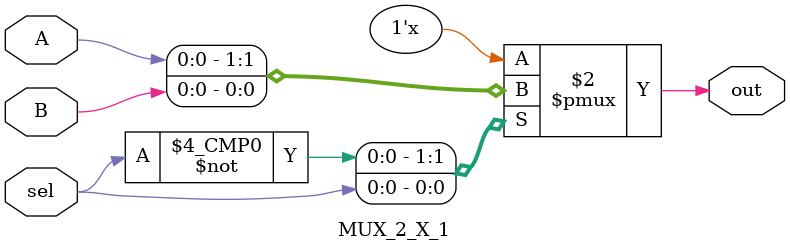
<source format=v>
module MUX_2_X_1(
	input A,
	input B,
	input sel,
	output reg out
	);
	always @(*) begin
		case(sel)
			1'b0: out <= A;
			1'b1: out <= B;
		endcase	
	end
endmodule

</source>
